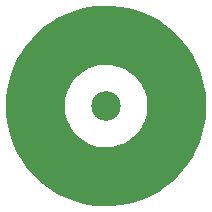
<source format=gbr>
G04 #@! TF.GenerationSoftware,KiCad,Pcbnew,(5.1.5-0-10_14)*
G04 #@! TF.CreationDate,2020-11-16T11:18:29-07:00*
G04 #@! TF.ProjectId,cr2032,63723230-3332-42e6-9b69-6361645f7063,rev?*
G04 #@! TF.SameCoordinates,Original*
G04 #@! TF.FileFunction,Copper,L1,Top*
G04 #@! TF.FilePolarity,Positive*
%FSLAX46Y46*%
G04 Gerber Fmt 4.6, Leading zero omitted, Abs format (unit mm)*
G04 Created by KiCad (PCBNEW (5.1.5-0-10_14)) date 2020-11-16 11:18:29*
%MOMM*%
%LPD*%
G04 APERTURE LIST*
%ADD10C,2.500000*%
%ADD11C,1.524000*%
%ADD12C,0.100000*%
G04 APERTURE END LIST*
D10*
X140000000Y-109000000D03*
D11*
X140000000Y-101500000D03*
G04 #@! TA.AperFunction,SMDPad,CuDef*
D12*
G36*
X140519874Y-100515913D02*
G01*
X141209676Y-100586518D01*
X141891428Y-100713113D01*
X142560593Y-100894856D01*
X143212717Y-101130537D01*
X143843461Y-101418588D01*
X144448628Y-101757092D01*
X145024190Y-102143797D01*
X145566316Y-102576129D01*
X146071400Y-103051210D01*
X146536079Y-103565880D01*
X146957262Y-104116712D01*
X147332146Y-104700042D01*
X147658235Y-105311988D01*
X147933360Y-105948477D01*
X148155690Y-106605273D01*
X148323745Y-107278006D01*
X148436407Y-107962198D01*
X148492926Y-108653297D01*
X148492926Y-109346703D01*
X148436407Y-110037802D01*
X148323745Y-110721994D01*
X148155690Y-111394727D01*
X147933360Y-112051523D01*
X147658235Y-112688012D01*
X147332146Y-113299958D01*
X146957262Y-113883288D01*
X146536079Y-114434120D01*
X146071400Y-114948790D01*
X145566316Y-115423871D01*
X145024190Y-115856203D01*
X144448628Y-116242908D01*
X143843461Y-116581412D01*
X143212717Y-116869463D01*
X142560593Y-117105144D01*
X141891428Y-117286887D01*
X141209676Y-117413482D01*
X140519874Y-117484087D01*
X139826612Y-117498231D01*
X139134505Y-117455822D01*
X138448157Y-117357140D01*
X137772136Y-117202842D01*
X137110941Y-116993956D01*
X136468972Y-116731872D01*
X135850502Y-116418333D01*
X135259646Y-116055427D01*
X134700337Y-115645568D01*
X134176295Y-115191483D01*
X133691010Y-114696196D01*
X133247710Y-114163001D01*
X132849345Y-113595447D01*
X132498567Y-112997311D01*
X132197709Y-112372574D01*
X131948774Y-111725393D01*
X131753419Y-111060075D01*
X131612944Y-110381047D01*
X131528283Y-109692829D01*
X131500000Y-109000000D01*
X136500000Y-109000000D01*
X136511646Y-109285282D01*
X136546506Y-109568666D01*
X136604349Y-109848266D01*
X136684789Y-110122221D01*
X136787292Y-110388707D01*
X136911174Y-110645952D01*
X137055613Y-110892243D01*
X137219645Y-111125941D01*
X137402181Y-111345492D01*
X137602004Y-111549434D01*
X137817786Y-111736410D01*
X138048090Y-111905176D01*
X138291383Y-112054608D01*
X138546047Y-112183712D01*
X138810387Y-112291629D01*
X139082644Y-112377641D01*
X139361006Y-112441175D01*
X139643620Y-112481809D01*
X139928605Y-112499272D01*
X140214066Y-112493448D01*
X140498102Y-112464375D01*
X140778823Y-112412248D01*
X141054362Y-112337412D01*
X141322883Y-112240367D01*
X141582602Y-112121758D01*
X141831788Y-111982374D01*
X142068784Y-111823142D01*
X142292013Y-111645124D01*
X142499988Y-111449502D01*
X142691327Y-111237579D01*
X142864755Y-111010766D01*
X143019119Y-110770571D01*
X143153391Y-110518593D01*
X143266678Y-110256509D01*
X143358225Y-109986064D01*
X143427425Y-109709056D01*
X143473815Y-109427330D01*
X143497087Y-109142760D01*
X143497087Y-108857240D01*
X143473815Y-108572670D01*
X143427425Y-108290944D01*
X143358225Y-108013936D01*
X143266678Y-107743491D01*
X143153391Y-107481407D01*
X143019119Y-107229429D01*
X142864755Y-106989234D01*
X142691327Y-106762421D01*
X142499988Y-106550498D01*
X142292013Y-106354876D01*
X142068784Y-106176858D01*
X141831788Y-106017626D01*
X141582602Y-105878242D01*
X141322883Y-105759633D01*
X141054362Y-105662588D01*
X140778823Y-105587752D01*
X140498102Y-105535625D01*
X140214066Y-105506552D01*
X139928605Y-105500728D01*
X139643620Y-105518191D01*
X139361006Y-105558825D01*
X139082644Y-105622359D01*
X138810387Y-105708371D01*
X138546047Y-105816288D01*
X138291383Y-105945392D01*
X138048090Y-106094824D01*
X137817786Y-106263590D01*
X137602004Y-106450566D01*
X137402181Y-106654508D01*
X137219645Y-106874059D01*
X137055613Y-107107757D01*
X136911174Y-107354048D01*
X136787292Y-107611293D01*
X136684789Y-107877779D01*
X136604349Y-108151734D01*
X136546506Y-108431334D01*
X136511646Y-108714718D01*
X136500000Y-109000000D01*
X131500000Y-109000000D01*
X131528283Y-108307171D01*
X131612944Y-107618953D01*
X131753419Y-106939925D01*
X131948774Y-106274607D01*
X132197709Y-105627426D01*
X132498567Y-105002689D01*
X132849345Y-104404553D01*
X133247710Y-103836999D01*
X133691010Y-103303804D01*
X134176295Y-102808517D01*
X134700337Y-102354432D01*
X135259646Y-101944573D01*
X135850502Y-101581667D01*
X136468972Y-101268128D01*
X137110941Y-101006044D01*
X137772136Y-100797158D01*
X138448157Y-100642860D01*
X139134505Y-100544178D01*
X139826612Y-100501769D01*
X140519874Y-100515913D01*
G37*
G04 #@! TD.AperFunction*
M02*

</source>
